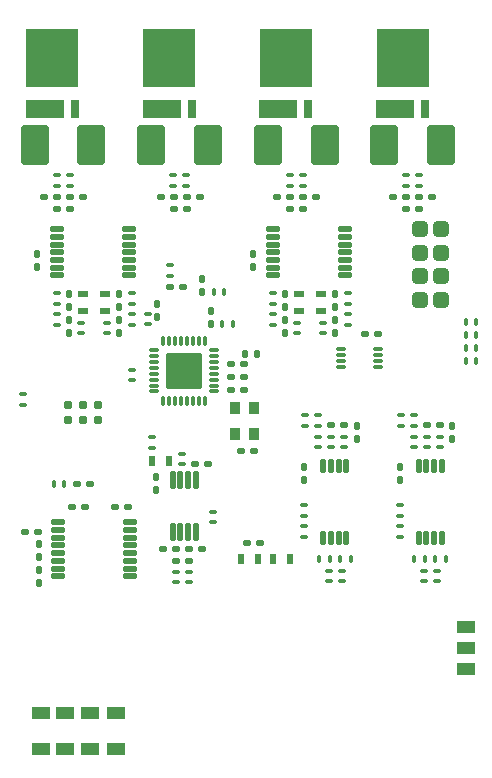
<source format=gtp>
%FSLAX46Y46*%
%MOMM*%
%AMPS20*
1,1,0.787000,0.000000,0.000000*
%
%ADD20PS20*%
%AMPS26*
21,1,1.500000,0.600000,0.000000,0.000000,270.000000*
%
%ADD26PS26*%
%AMPS25*
21,1,3.140000,1.500000,0.000000,0.000000,180.000000*
%
%ADD25PS25*%
%AMPS24*
21,1,4.900000,4.410000,0.000000,0.000000,270.000000*
%
%ADD24PS24*%
%AMPS41*
1,1,0.200000,0.350000,0.400000*
1,1,0.200000,0.350000,-0.400000*
21,1,0.900000,0.800000,0.000000,0.000000,180.000000*
21,1,0.700000,1.000000,0.000000,0.000000,180.000000*
1,1,0.200000,-0.350000,0.400000*
1,1,0.200000,-0.350000,-0.400000*
%
%ADD41PS41*%
%AMPS42*
1,1,0.160000,0.315000,-0.070000*
1,1,0.160000,-0.315000,-0.070000*
21,1,0.300000,0.630000,0.000000,0.000000,90.000000*
21,1,0.140000,0.790000,0.000000,0.000000,90.000000*
1,1,0.160000,0.315000,0.070000*
1,1,0.160000,-0.315000,0.070000*
%
%ADD42PS42*%
%AMPS43*
1,1,0.160000,-0.315000,0.070000*
1,1,0.160000,0.315000,0.070000*
21,1,0.300000,0.630000,0.000000,0.000000,270.000000*
21,1,0.140000,0.790000,0.000000,0.000000,270.000000*
1,1,0.160000,-0.315000,-0.070000*
1,1,0.160000,0.315000,-0.070000*
%
%ADD43PS43*%
%AMPS17*
1,1,0.200000,-0.100000,-0.200000*
1,1,0.200000,-0.100000,0.200000*
21,1,0.400000,0.400000,0.000000,0.000000,0.000000*
21,1,0.200000,0.600000,0.000000,0.000000,0.000000*
1,1,0.200000,0.100000,-0.200000*
1,1,0.200000,0.100000,0.200000*
%
%ADD17PS17*%
%AMPS10*
1,1,0.200000,0.200000,-0.100000*
1,1,0.200000,-0.200000,-0.100000*
21,1,0.400000,0.400000,0.000000,0.000000,90.000000*
21,1,0.200000,0.600000,0.000000,0.000000,90.000000*
1,1,0.200000,0.200000,0.100000*
1,1,0.200000,-0.200000,0.100000*
%
%ADD10PS10*%
%AMPS31*
1,1,0.200000,0.100000,0.200000*
1,1,0.200000,0.100000,-0.200000*
21,1,0.400000,0.400000,0.000000,0.000000,180.000000*
21,1,0.200000,0.600000,0.000000,0.000000,180.000000*
1,1,0.200000,-0.100000,0.200000*
1,1,0.200000,-0.100000,-0.200000*
%
%ADD31PS31*%
%AMPS11*
1,1,0.200000,-0.200000,0.100000*
1,1,0.200000,0.200000,0.100000*
21,1,0.400000,0.400000,0.000000,0.000000,270.000000*
21,1,0.200000,0.600000,0.000000,0.000000,270.000000*
1,1,0.200000,-0.200000,-0.100000*
1,1,0.200000,0.200000,-0.100000*
%
%ADD11PS11*%
%AMPS16*
1,1,0.200000,-0.700000,-0.400000*
1,1,0.200000,-0.700000,0.400000*
21,1,1.600000,0.800000,0.000000,0.000000,0.000000*
21,1,1.400000,1.000000,0.000000,0.000000,0.000000*
1,1,0.200000,0.700000,-0.400000*
1,1,0.200000,0.700000,0.400000*
%
%ADD16PS16*%
%AMPS34*
1,1,0.200000,-0.125000,-0.625000*
1,1,0.200000,-0.125000,0.625000*
21,1,0.450000,1.250000,0.000000,0.000000,0.000000*
21,1,0.250000,1.450000,0.000000,0.000000,0.000000*
1,1,0.200000,0.125000,-0.625000*
1,1,0.200000,0.125000,0.625000*
%
%ADD34PS34*%
%AMPS35*
1,1,0.200000,0.125000,0.625000*
1,1,0.200000,0.125000,-0.625000*
21,1,0.450000,1.250000,0.000000,0.000000,180.000000*
21,1,0.250000,1.450000,0.000000,0.000000,180.000000*
1,1,0.200000,-0.125000,0.625000*
1,1,0.200000,-0.125000,-0.625000*
%
%ADD35PS35*%
%AMPS33*
1,1,0.180000,-0.125000,-0.525000*
1,1,0.180000,-0.125000,0.525000*
21,1,0.430000,1.050000,0.000000,0.000000,0.000000*
21,1,0.250000,1.230000,0.000000,0.000000,0.000000*
1,1,0.180000,0.125000,-0.525000*
1,1,0.180000,0.125000,0.525000*
%
%ADD33PS33*%
%AMPS22*
1,1,0.180000,0.525000,-0.125000*
1,1,0.180000,-0.525000,-0.125000*
21,1,0.430000,1.050000,0.000000,0.000000,90.000000*
21,1,0.250000,1.230000,0.000000,0.000000,90.000000*
1,1,0.180000,0.525000,0.125000*
1,1,0.180000,-0.525000,0.125000*
%
%ADD22PS22*%
%AMPS32*
1,1,0.180000,0.125000,0.525000*
1,1,0.180000,0.125000,-0.525000*
21,1,0.430000,1.050000,0.000000,0.000000,180.000000*
21,1,0.250000,1.230000,0.000000,0.000000,180.000000*
1,1,0.180000,-0.125000,0.525000*
1,1,0.180000,-0.125000,-0.525000*
%
%ADD32PS32*%
%AMPS21*
1,1,0.180000,-0.525000,0.125000*
1,1,0.180000,0.525000,0.125000*
21,1,0.430000,1.050000,0.000000,0.000000,270.000000*
21,1,0.250000,1.230000,0.000000,0.000000,270.000000*
1,1,0.180000,-0.525000,-0.125000*
1,1,0.180000,0.525000,-0.125000*
%
%ADD21PS21*%
%AMPS14*
1,1,0.200000,-0.200000,-0.150000*
1,1,0.200000,-0.200000,0.150000*
21,1,0.600000,0.300000,0.000000,0.000000,0.000000*
21,1,0.400000,0.500000,0.000000,0.000000,0.000000*
1,1,0.200000,0.200000,-0.150000*
1,1,0.200000,0.200000,0.150000*
%
%ADD14PS14*%
%AMPS19*
1,1,0.200000,0.150000,-0.200000*
1,1,0.200000,-0.150000,-0.200000*
21,1,0.600000,0.300000,0.000000,0.000000,90.000000*
21,1,0.400000,0.500000,0.000000,0.000000,90.000000*
1,1,0.200000,0.150000,0.200000*
1,1,0.200000,-0.150000,0.200000*
%
%ADD19PS19*%
%AMPS18*
1,1,0.200000,0.200000,0.150000*
1,1,0.200000,0.200000,-0.150000*
21,1,0.600000,0.300000,0.000000,0.000000,180.000000*
21,1,0.400000,0.500000,0.000000,0.000000,180.000000*
1,1,0.200000,-0.200000,0.150000*
1,1,0.200000,-0.200000,-0.150000*
%
%ADD18PS18*%
%AMPS12*
1,1,0.200000,-0.150000,0.200000*
1,1,0.200000,0.150000,0.200000*
21,1,0.600000,0.300000,0.000000,0.000000,270.000000*
21,1,0.400000,0.500000,0.000000,0.000000,270.000000*
1,1,0.200000,-0.150000,-0.200000*
1,1,0.200000,0.150000,-0.200000*
%
%ADD12PS12*%
%AMPS29*
1,1,0.500000,0.940000,-1.440000*
1,1,0.500000,-0.940000,-1.440000*
21,1,3.380000,1.880000,0.000000,0.000000,90.000000*
21,1,2.880000,2.380000,0.000000,0.000000,90.000000*
1,1,0.500000,0.940000,1.440000*
1,1,0.500000,-0.940000,1.440000*
%
%ADD29PS29*%
%AMPS30*
1,1,0.500000,-0.940000,1.440000*
1,1,0.500000,0.940000,1.440000*
21,1,3.380000,1.880000,0.000000,0.000000,270.000000*
21,1,2.880000,2.380000,0.000000,0.000000,270.000000*
1,1,0.500000,-0.940000,-1.440000*
1,1,0.500000,0.940000,-1.440000*
%
%ADD30PS30*%
%AMPS27*
1,1,0.520000,0.410000,-0.380000*
1,1,0.520000,-0.410000,-0.380000*
21,1,1.280000,0.820000,0.000000,0.000000,90.000000*
21,1,0.760000,1.340000,0.000000,0.000000,90.000000*
1,1,0.520000,0.410000,0.380000*
1,1,0.520000,-0.410000,0.380000*
%
%ADD27PS27*%
%AMPS28*
1,1,0.520000,-0.410000,0.380000*
1,1,0.520000,0.410000,0.380000*
21,1,1.280000,0.820000,0.000000,0.000000,270.000000*
21,1,0.760000,1.340000,0.000000,0.000000,270.000000*
1,1,0.520000,-0.410000,-0.380000*
1,1,0.520000,0.410000,-0.380000*
%
%ADD28PS28*%
%AMPS13*
1,1,0.200000,-0.700000,0.400000*
1,1,0.200000,0.700000,0.400000*
21,1,1.000000,1.400000,0.000000,0.000000,270.000000*
21,1,0.800000,1.600000,0.000000,0.000000,270.000000*
1,1,0.200000,-0.700000,-0.400000*
1,1,0.200000,0.700000,-0.400000*
%
%ADD13PS13*%
%AMPS38*
1,1,0.100000,-0.085000,-0.375000*
1,1,0.100000,-0.085000,0.375000*
21,1,0.270000,0.750000,0.000000,0.000000,0.000000*
21,1,0.170000,0.850000,0.000000,0.000000,0.000000*
1,1,0.100000,0.085000,-0.375000*
1,1,0.100000,0.085000,0.375000*
%
%ADD38PS38*%
%AMPS36*
1,1,0.100000,0.375000,-0.085000*
1,1,0.100000,-0.375000,-0.085000*
21,1,0.270000,0.750000,0.000000,0.000000,90.000000*
21,1,0.170000,0.850000,0.000000,0.000000,90.000000*
1,1,0.100000,0.375000,0.085000*
1,1,0.100000,-0.375000,0.085000*
%
%ADD36PS36*%
%AMPS39*
1,1,0.100000,0.085000,0.375000*
1,1,0.100000,0.085000,-0.375000*
21,1,0.270000,0.750000,0.000000,0.000000,180.000000*
21,1,0.170000,0.850000,0.000000,0.000000,180.000000*
1,1,0.100000,-0.085000,0.375000*
1,1,0.100000,-0.085000,-0.375000*
%
%ADD39PS39*%
%AMPS37*
1,1,0.100000,-0.375000,0.085000*
1,1,0.100000,0.375000,0.085000*
21,1,0.270000,0.750000,0.000000,0.000000,270.000000*
21,1,0.170000,0.850000,0.000000,0.000000,270.000000*
1,1,0.100000,-0.375000,-0.085000*
1,1,0.100000,0.375000,-0.085000*
%
%ADD37PS37*%
%AMPS40*
1,1,0.200000,-1.400000,-1.400000*
1,1,0.200000,-1.400000,1.400000*
21,1,3.000000,2.800000,0.000000,0.000000,0.000000*
21,1,2.800000,3.000000,0.000000,0.000000,0.000000*
1,1,0.200000,1.400000,-1.400000*
1,1,0.200000,1.400000,1.400000*
%
%ADD40PS40*%
%AMPS15*
1,1,0.200000,0.150000,0.350000*
1,1,0.200000,0.150000,-0.350000*
21,1,0.500000,0.700000,0.000000,0.000000,180.000000*
21,1,0.300000,0.900000,0.000000,0.000000,180.000000*
1,1,0.200000,-0.150000,0.350000*
1,1,0.200000,-0.150000,-0.350000*
%
%ADD15PS15*%
%AMPS23*
1,1,0.200000,-0.350000,0.150000*
1,1,0.200000,0.350000,0.150000*
21,1,0.500000,0.700000,0.000000,0.000000,270.000000*
21,1,0.300000,0.900000,0.000000,0.000000,270.000000*
1,1,0.200000,-0.350000,-0.150000*
1,1,0.200000,0.350000,-0.150000*
%
%ADD23PS23*%
G01*
G01*
%LPD*%
G75*
D10*
X13900000Y29900000D03*
D10*
X13900000Y30800000D03*
D10*
X25900000Y41350000D03*
D10*
X25900000Y42250000D03*
D10*
X24700000Y35550000D03*
D10*
X24700000Y36450000D03*
D11*
X10100000Y52600000D03*
D11*
X10100000Y51700000D03*
D12*
X9050000Y53200000D03*
D12*
X9050000Y54300000D03*
D11*
X14750000Y64400000D03*
D11*
X14750000Y63500000D03*
D13*
X2400000Y18800000D03*
D13*
X2400000Y15800000D03*
D14*
X19606669Y48413329D03*
D14*
X18506669Y48413329D03*
D11*
X3750000Y64400000D03*
D11*
X3750000Y63500000D03*
D14*
X28100000Y43200000D03*
D14*
X27000000Y43200000D03*
D14*
X13670000Y62550000D03*
D14*
X12570000Y62550000D03*
D15*
X23550000Y31850000D03*
D15*
X22050000Y31850000D03*
D16*
X38400000Y26150000D03*
D17*
X34029998Y31900000D03*
D17*
X34929998Y31900000D03*
D18*
X13670000Y61550000D03*
D18*
X14770000Y61550000D03*
D11*
X13350000Y56750000D03*
D11*
X13350000Y55850000D03*
D14*
X9800000Y36250000D03*
D14*
X8700000Y36250000D03*
D12*
X24700000Y38550000D03*
D12*
X24700000Y39650000D03*
D19*
X16100000Y55550000D03*
D19*
X16100000Y54450000D03*
D15*
X13300000Y40150000D03*
D15*
X11800000Y40150000D03*
D12*
X20400000Y56600000D03*
D12*
X20400000Y57700000D03*
D11*
X33300000Y64400000D03*
D11*
X33300000Y63500000D03*
D18*
X3750000Y61550000D03*
D18*
X4850000Y61550000D03*
D12*
X4800000Y51000000D03*
D12*
X4800000Y52100000D03*
D14*
X36200000Y43200000D03*
D14*
X35100000Y43200000D03*
D12*
X12150000Y37700000D03*
D12*
X12150000Y38800000D03*
D14*
X35500000Y62550000D03*
D14*
X34400000Y62550000D03*
D17*
X35829998Y31900000D03*
D17*
X36729998Y31900000D03*
D10*
X24150000Y51000000D03*
D10*
X24150000Y51900000D03*
D20*
X4726669Y43678329D03*
D20*
X5996669Y43678329D03*
D20*
X5996669Y44948329D03*
D20*
X4726669Y44948329D03*
D20*
X7266669Y43678329D03*
D20*
X7266669Y44948329D03*
D21*
X22050000Y59800000D03*
D22*
X28150000Y57200000D03*
D22*
X28150000Y55900000D03*
D21*
X22050000Y56550000D03*
D22*
X28150000Y59800000D03*
D21*
X22050000Y57850000D03*
D22*
X28150000Y56550000D03*
D21*
X22050000Y59150000D03*
D22*
X28150000Y59150000D03*
D21*
X22050000Y55900000D03*
D22*
X28150000Y57850000D03*
D22*
X28150000Y58500000D03*
D21*
X22050000Y58500000D03*
D21*
X22050000Y57200000D03*
D21*
X3880001Y30413327D03*
D21*
X3880001Y34323327D03*
D22*
X9980001Y34323327D03*
D22*
X9980001Y32363327D03*
D21*
X3880001Y34973327D03*
D22*
X9980001Y33023327D03*
D22*
X9980001Y31713327D03*
D21*
X3880001Y33023327D03*
D22*
X9980001Y33673327D03*
D21*
X3880001Y33673327D03*
D21*
X3880001Y31063327D03*
D22*
X9980001Y31063327D03*
D22*
X9980001Y34973327D03*
D22*
X9980001Y30413327D03*
D21*
X3880001Y31713327D03*
D21*
X3880001Y32363327D03*
D23*
X7850000Y54350000D03*
D23*
X7850000Y52850000D03*
D11*
X22050000Y52600000D03*
D11*
X22050000Y51700000D03*
D14*
X25695000Y62550000D03*
D14*
X24595000Y62550000D03*
D17*
X38400000Y50833330D03*
D17*
X39300000Y50833330D03*
D10*
X24700000Y33750000D03*
D10*
X24700000Y34650000D03*
D24*
X3400002Y74319992D03*
D25*
X2765002Y69979992D03*
D26*
X5305002Y69979992D03*
D14*
X5950000Y62550000D03*
D14*
X4850000Y62550000D03*
D10*
X34000000Y43150000D03*
D10*
X34000000Y44050000D03*
D24*
X23175002Y74319992D03*
D25*
X22540002Y69979992D03*
D26*
X25080002Y69979992D03*
D10*
X25900000Y43150000D03*
D10*
X25900000Y44050000D03*
D12*
X27350000Y51000000D03*
D12*
X27350000Y52100000D03*
D14*
X14450000Y54900000D03*
D14*
X13350000Y54900000D03*
D14*
X3750000Y62550000D03*
D14*
X2650000Y62550000D03*
D12*
X9050000Y51000000D03*
D12*
X9050000Y52100000D03*
D14*
X6606669Y38213329D03*
D14*
X5506669Y38213329D03*
D27*
X36300000Y55800000D03*
D28*
X34500000Y55800000D03*
D14*
X19606669Y47313329D03*
D14*
X18506669Y47313329D03*
D18*
X29850000Y50900000D03*
D18*
X30950000Y50900000D03*
D14*
X6200000Y36243327D03*
D14*
X5100000Y36243327D03*
D29*
X6710000Y66950000D03*
D30*
X1890000Y66950000D03*
D19*
X29150000Y43150000D03*
D19*
X29150000Y42050000D03*
D19*
X37250000Y43150000D03*
D19*
X37250000Y42050000D03*
D17*
X3506669Y38213329D03*
D17*
X4406669Y38213329D03*
D10*
X14350000Y39900000D03*
D10*
X14350000Y40800000D03*
D11*
X23495000Y64400000D03*
D11*
X23495000Y63500000D03*
D10*
X10100000Y53500000D03*
D10*
X10100000Y54400000D03*
D29*
X26485000Y66950000D03*
D30*
X21665000Y66950000D03*
D17*
X38400000Y51933330D03*
D17*
X39300000Y51933330D03*
D31*
X17950000Y54450000D03*
D31*
X17050000Y54450000D03*
D18*
X23495000Y61550000D03*
D18*
X24595000Y61550000D03*
D10*
X900000Y44950000D03*
D10*
X900000Y45850000D03*
D29*
X16610000Y66950000D03*
D30*
X11790000Y66950000D03*
D14*
X19606669Y46213329D03*
D14*
X18506669Y46213329D03*
D11*
X4850000Y64400000D03*
D11*
X4850000Y63500000D03*
D16*
X38400000Y22550000D03*
D21*
X3750000Y59800000D03*
D22*
X9850000Y57200000D03*
D22*
X9850000Y55900000D03*
D21*
X3750000Y56550000D03*
D22*
X9850000Y59800000D03*
D21*
X3750000Y57850000D03*
D22*
X9850000Y56550000D03*
D21*
X3750000Y59150000D03*
D22*
X9850000Y59150000D03*
D21*
X3750000Y55900000D03*
D22*
X9850000Y57850000D03*
D22*
X9850000Y58500000D03*
D21*
X3750000Y58500000D03*
D21*
X3750000Y57200000D03*
D19*
X16800000Y52850000D03*
D19*
X16800000Y51750000D03*
D32*
X36380000Y39750000D03*
D33*
X36380000Y33650000D03*
D32*
X35730000Y39750000D03*
D32*
X35070000Y39750000D03*
D33*
X35730000Y33650000D03*
D33*
X35070000Y33650000D03*
D33*
X34420000Y33650000D03*
D32*
X34420000Y39750000D03*
D10*
X35929998Y30000000D03*
D10*
X35929998Y30900000D03*
D11*
X34400000Y64400000D03*
D11*
X34400000Y63500000D03*
D11*
X10100000Y47900000D03*
D11*
X10100000Y47000000D03*
D10*
X34000000Y41350000D03*
D10*
X34000000Y42250000D03*
D11*
X24595000Y64400000D03*
D11*
X24595000Y63500000D03*
D11*
X3750000Y52600000D03*
D11*
X3750000Y51700000D03*
D11*
X28100000Y42250000D03*
D11*
X28100000Y41350000D03*
D10*
X8000000Y51000000D03*
D10*
X8000000Y51900000D03*
D24*
X13300002Y74319992D03*
D25*
X12665002Y69979992D03*
D26*
X15205002Y69979992D03*
D18*
X15000000Y32750000D03*
D18*
X16100000Y32750000D03*
D10*
X11850000Y41300000D03*
D10*
X11850000Y42200000D03*
D10*
X32800000Y33750000D03*
D10*
X32800000Y34650000D03*
D34*
X14875000Y34150000D03*
D34*
X15525000Y34150000D03*
D35*
X14225000Y38550000D03*
D34*
X13575000Y34150000D03*
D35*
X15525000Y38550000D03*
D35*
X14875000Y38550000D03*
D34*
X14225000Y34150000D03*
D35*
X13575000Y38550000D03*
D23*
X24300000Y54350000D03*
D23*
X24300000Y52850000D03*
D18*
X33300000Y61550000D03*
D18*
X34400000Y61550000D03*
D23*
X6000000Y54350000D03*
D23*
X6000000Y52850000D03*
D32*
X28280000Y39750000D03*
D33*
X28280000Y33650000D03*
D32*
X27630000Y39750000D03*
D32*
X26970000Y39750000D03*
D33*
X27630000Y33650000D03*
D33*
X26970000Y33650000D03*
D33*
X26320000Y33650000D03*
D32*
X26320000Y39750000D03*
D12*
X2230001Y32043327D03*
D12*
X2230001Y33143327D03*
D23*
X26150000Y54350000D03*
D23*
X26150000Y52850000D03*
D10*
X34829998Y30000000D03*
D10*
X34829998Y30900000D03*
D36*
X17111669Y47563329D03*
D36*
X17111669Y46563329D03*
D37*
X12001669Y48563329D03*
D38*
X15806669Y45258329D03*
D36*
X17111669Y47063329D03*
D39*
X12806669Y50368329D03*
D38*
X13306669Y45258329D03*
D38*
X12806669Y45258329D03*
D39*
X15306669Y50368329D03*
D37*
X12001669Y47563329D03*
D40*
X14556669Y47813329D03*
D37*
X12001669Y46563329D03*
D39*
X13806669Y50368329D03*
D39*
X16306669Y50368329D03*
D37*
X12001669Y48063329D03*
D39*
X14806669Y50368329D03*
D36*
X17111669Y48063329D03*
D37*
X12001669Y49063329D03*
D38*
X14306669Y45258329D03*
D39*
X14306669Y50368329D03*
D39*
X15806669Y50368329D03*
D38*
X15306669Y45258329D03*
D38*
X14806669Y45258329D03*
D36*
X17111669Y49063329D03*
D36*
X17111669Y46063329D03*
D37*
X12001669Y47063329D03*
D36*
X17111669Y49563329D03*
D38*
X13806669Y45258329D03*
D39*
X13306669Y50368329D03*
D37*
X12001669Y46063329D03*
D37*
X12001669Y49563329D03*
D36*
X17111669Y48563329D03*
D38*
X16306669Y45258329D03*
D10*
X35100000Y41350000D03*
D10*
X35100000Y42250000D03*
D17*
X38400000Y49733330D03*
D17*
X39300000Y49733330D03*
D17*
X25979998Y31900000D03*
D17*
X26879998Y31900000D03*
D41*
X20450000Y44700000D03*
D41*
X18850000Y42500000D03*
D41*
X18850000Y44700000D03*
D41*
X20450000Y42500000D03*
D14*
X16600000Y39950000D03*
D14*
X15500000Y39950000D03*
D29*
X36260000Y66950000D03*
D30*
X31440000Y66950000D03*
D11*
X17000000Y35900000D03*
D11*
X17000000Y35000000D03*
D11*
X28400000Y52600000D03*
D11*
X28400000Y51700000D03*
D12*
X23100000Y53200000D03*
D12*
X23100000Y54300000D03*
D18*
X1080001Y34193327D03*
D18*
X2180001Y34193327D03*
D10*
X26300000Y51000000D03*
D10*
X26300000Y51900000D03*
D14*
X15870000Y62550000D03*
D14*
X14770000Y62550000D03*
D19*
X12250000Y53500000D03*
D19*
X12250000Y52400000D03*
D18*
X19850000Y33250000D03*
D18*
X20950000Y33250000D03*
D12*
X4800000Y53200000D03*
D12*
X4800000Y54300000D03*
D10*
X22050000Y53500000D03*
D10*
X22050000Y54400000D03*
D14*
X23495000Y62550000D03*
D14*
X22395000Y62550000D03*
D14*
X33300000Y62550000D03*
D14*
X32200000Y62550000D03*
D10*
X15000000Y29900000D03*
D10*
X15000000Y30800000D03*
D12*
X2230001Y29843327D03*
D12*
X2230001Y30943327D03*
D12*
X2100000Y56600000D03*
D12*
X2100000Y57700000D03*
D18*
X19350000Y41000000D03*
D18*
X20450000Y41000000D03*
D10*
X28400000Y53500000D03*
D10*
X28400000Y54400000D03*
D10*
X26779998Y30000000D03*
D10*
X26779998Y30900000D03*
D11*
X36200000Y42250000D03*
D11*
X36200000Y41350000D03*
D10*
X32800000Y35550000D03*
D10*
X32800000Y36450000D03*
D27*
X36300000Y53800000D03*
D28*
X34500000Y53800000D03*
D12*
X23100000Y51000000D03*
D12*
X23100000Y52100000D03*
D13*
X6600000Y18800000D03*
D13*
X6600000Y15800000D03*
D42*
X30950000Y49150000D03*
D43*
X27850000Y49150000D03*
D42*
X30950000Y49650000D03*
D42*
X30950000Y48150000D03*
D42*
X30950000Y48650000D03*
D43*
X27850000Y48150000D03*
D43*
X27850000Y48650000D03*
D43*
X27850000Y49650000D03*
D13*
X8800000Y18800000D03*
D13*
X8800000Y15800000D03*
D10*
X27879998Y30000000D03*
D10*
X27879998Y30900000D03*
D19*
X20700000Y49200000D03*
D12*
X19700000Y49200000D03*
D24*
X33050002Y74319992D03*
D25*
X32415002Y69979992D03*
D26*
X34955002Y69979992D03*
D15*
X20850000Y31850000D03*
D15*
X19350000Y31850000D03*
D10*
X27000000Y41350000D03*
D10*
X27000000Y42250000D03*
D17*
X38400000Y48633330D03*
D17*
X39300000Y48633330D03*
D11*
X32900000Y44050000D03*
D11*
X32900000Y43150000D03*
D16*
X38400000Y24350000D03*
D27*
X36300000Y57800000D03*
D28*
X34500000Y57800000D03*
D12*
X27350000Y53200000D03*
D12*
X27350000Y54300000D03*
D10*
X5850000Y51000000D03*
D10*
X5850000Y51900000D03*
D31*
X18650000Y51750000D03*
D31*
X17750000Y51750000D03*
D12*
X32800000Y38550000D03*
D12*
X32800000Y39650000D03*
D17*
X27779998Y31900000D03*
D17*
X28679998Y31900000D03*
D13*
X4500000Y18800000D03*
D13*
X4500000Y15800000D03*
D10*
X3750000Y53500000D03*
D10*
X3750000Y54400000D03*
D14*
X15000000Y31750000D03*
D14*
X13900000Y31750000D03*
D10*
X11500000Y51750000D03*
D10*
X11500000Y52650000D03*
D11*
X13650000Y64400000D03*
D11*
X13650000Y63500000D03*
D27*
X36300000Y59800000D03*
D28*
X34500000Y59800000D03*
D11*
X24800000Y44050000D03*
D11*
X24800000Y43150000D03*
D18*
X12800000Y32750000D03*
D18*
X13900000Y32750000D03*
M02*

</source>
